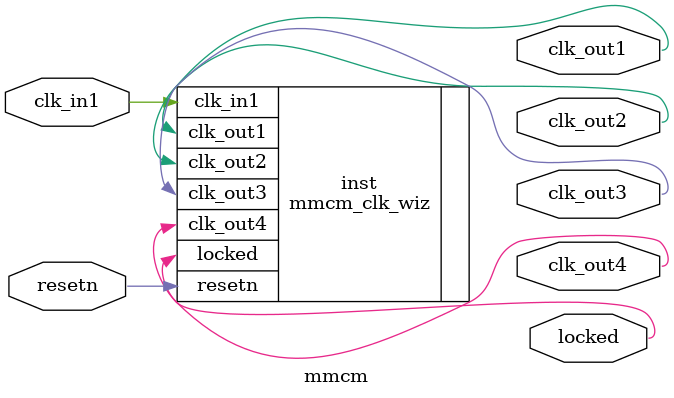
<source format=v>


`timescale 1ps/1ps

(* CORE_GENERATION_INFO = "mmcm,clk_wiz_v6_0_1_0_0,{component_name=mmcm,use_phase_alignment=true,use_min_o_jitter=false,use_max_i_jitter=false,use_dyn_phase_shift=false,use_inclk_switchover=false,use_dyn_reconfig=false,enable_axi=0,feedback_source=FDBK_AUTO,PRIMITIVE=MMCM,num_out_clk=4,clkin1_period=10.000,clkin2_period=10.000,use_power_down=false,use_reset=true,use_locked=true,use_inclk_stopped=false,feedback_type=SINGLE,CLOCK_MGR_TYPE=NA,manual_override=false}" *)

module mmcm 
 (
  // Clock out ports
  output        clk_out1,
  output        clk_out2,
  output        clk_out3,
  output        clk_out4,
  // Status and control signals
  input         resetn,
  output        locked,
 // Clock in ports
  input         clk_in1
 );

  mmcm_clk_wiz inst
  (
  // Clock out ports  
  .clk_out1(clk_out1),
  .clk_out2(clk_out2),
  .clk_out3(clk_out3),
  .clk_out4(clk_out4),
  // Status and control signals               
  .resetn(resetn), 
  .locked(locked),
 // Clock in ports
  .clk_in1(clk_in1)
  );

endmodule

</source>
